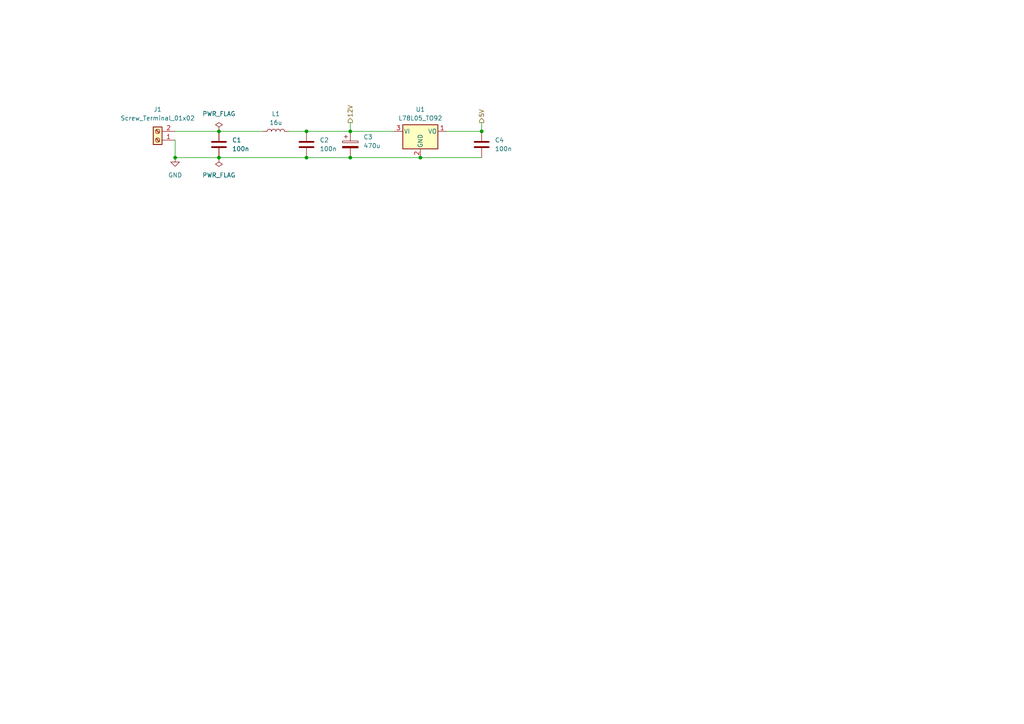
<source format=kicad_sch>
(kicad_sch (version 20250114) (generator "eeschema") (generator_version "9.0")
  (paper "A4")
  (lib_symbols
    (symbol "Connector:Screw_Terminal_01x02" (pin_names (offset 1.016) (hide yes))
      (property "Reference" "J" (at 0 2.54 0))
      (property "Value" "Screw_Terminal_01x02" (at 0 -5.08 0))
      (symbol "Screw_Terminal_01x02_1_1"
        (rectangle (start -1.27 1.27) (end 1.27 -3.81) (stroke (width 0.254)) (fill (type background)))
        (polyline (pts (xy -0.5334 0.3302) (xy 0.3302 -0.508)) (stroke (width 0.1524)))
        (polyline (pts (xy -0.5334 -2.2098) (xy 0.3302 -3.048)) (stroke (width 0.1524)))
        (polyline (pts (xy -0.3556 0.508) (xy 0.508 -0.3302)) (stroke (width 0.1524)))
        (polyline (pts (xy -0.3556 -2.032) (xy 0.508 -2.8702)) (stroke (width 0.1524)))
        (circle (center 0 0) (radius 0.635) (stroke (width 0.1524)))
        (circle (center 0 -2.54) (radius 0.635) (stroke (width 0.1524)))
        (pin passive line (at -5.08 0 0) (length 3.81) (name "Pin_1") (number "1"))
        (pin passive line (at -5.08 -2.54 0) (length 3.81) (name "Pin_2") (number "2"))
      )
    )
    (symbol "Device:C" (pin_numbers (hide yes)) (pin_names (offset 0.254))
      (property "Reference" "C" (at 0.635 2.54 0))
      (property "Value" "C" (at 0.635 -2.54 0))
      (symbol "C_0_1"
        (polyline (pts (xy -2.032 0.762) (xy 2.032 0.762)) (stroke (width 0.508)))
        (polyline (pts (xy -2.032 -0.762) (xy 2.032 -0.762)) (stroke (width 0.508)))
      )
      (symbol "C_1_1"
        (pin passive line (at 0 3.81 270) (length 2.794) (name "~") (number "1"))
        (pin passive line (at 0 -3.81 90) (length 2.794) (name "~") (number "2"))
      )
    )
    (symbol "Device:C_Polarized" (pin_numbers (hide yes)) (pin_names (offset 0.254))
      (property "Reference" "C" (at 0.635 2.54 0))
      (property "Value" "C_Polarized" (at 0.635 -2.54 0))
      (symbol "C_Polarized_0_1"
        (rectangle (start -2.286 0.508) (end 2.286 1.016))
        (polyline (pts (xy -1.778 2.286) (xy -0.762 2.286)))
        (polyline (pts (xy -1.27 2.794) (xy -1.27 1.778)))
        (rectangle (start 2.286 -0.508) (end -2.286 -1.016) (fill (type outline)))
      )
      (symbol "C_Polarized_1_1"
        (pin passive line (at 0 3.81 270) (length 2.794) (name "~") (number "1"))
        (pin passive line (at 0 -3.81 90) (length 2.794) (name "~") (number "2"))
      )
    )
    (symbol "Device:L" (pin_numbers (hide yes)) (pin_names (offset 1.016) (hide yes))
      (property "Reference" "L" (at -1.27 0 90))
      (property "Value" "L" (at 1.905 0 90))
      (symbol "L_0_1"
        (arc (start 0 2.54) (mid 0.6323 1.905) (end 0 1.27))
        (arc (start 0 1.27) (mid 0.6323 0.635) (end 0 0))
        (arc (start 0 0) (mid 0.6323 -0.635) (end 0 -1.27))
        (arc (start 0 -1.27) (mid 0.6323 -1.905) (end 0 -2.54))
      )
      (symbol "L_1_1"
        (pin passive line (at 0 3.81 270) (length 1.27) (name "1") (number "1"))
        (pin passive line (at 0 -3.81 90) (length 1.27) (name "2") (number "2"))
      )
    )
    (symbol "Regulator_Linear:L78L05_TO92" (pin_names (offset 0.254))
      (property "Reference" "U" (at -3.81 3.175 0))
      (property "Value" "L78L05_TO92" (at 0 3.175 0))
      (symbol "L78L05_TO92_0_1"
        (rectangle (start -5.08 -5.08) (end 5.08 1.905) (stroke (width 0.254)) (fill (type background)))
      )
      (symbol "L78L05_TO92_1_1"
        (pin power_in line (at -7.62 0 0) (length 2.54) (name "VI") (number "3"))
        (pin power_in line (at 0 -7.62 90) (length 2.54) (name "GND") (number "2"))
        (pin power_out line (at 7.62 0 180) (length 2.54) (name "VO") (number "1"))
      )
    )
    (symbol "power:GND" (power) (pin_numbers (hide yes)) (pin_names (offset 0) (hide yes))
      (property "Value" "GND" (at 0 -3.81 0))
      (symbol "GND_0_1"
        (polyline (pts (xy 0 0) (xy 0 -1.27) (xy 1.27 -1.27) (xy 0 -2.54) (xy -1.27 -1.27) (xy 0 -1.27)))
      )
      (symbol "GND_1_1"
        (pin power_in line (at 0 0 270) (length 0) (name "~") (number "1"))
      )
    )
    (symbol "power:PWR_FLAG" (power) (pin_numbers (hide yes)) (pin_names (offset 0) (hide yes))
      (property "Value" "PWR_FLAG" (at 0 3.81 0))
      (symbol "PWR_FLAG_0_0"
        (pin power_out line (at 0 0 90) (length 0) (name "~") (number "1"))
      )
      (symbol "PWR_FLAG_0_1"
        (polyline (pts (xy 0 0) (xy 0 1.27) (xy -1.016 1.905) (xy 0 2.54) (xy 1.016 1.905) (xy 0 1.27)))
      )
    )
  )
  (junction (at 88.9 45.72))
  (junction (at 88.9 38.1))
  (junction (at 50.8 45.72))
  (junction (at 121.92 45.72))
  (junction (at 63.5 38.1))
  (junction (at 101.6 45.72))
  (junction (at 63.5 45.72))
  (junction (at 139.7 38.1))
  (junction (at 101.6 38.1))
  (wire (pts (xy 83.82 38.1) (xy 88.9 38.1)))
  (wire (pts (xy 101.6 45.72) (xy 121.92 45.72)))
  (wire (pts (xy 139.7 38.1) (xy 129.54 38.1)))
  (wire (pts (xy 50.8 45.72) (xy 50.8 40.64)))
  (wire (pts (xy 101.6 35.56) (xy 101.6 38.1)))
  (wire (pts (xy 50.8 38.1) (xy 63.5 38.1)))
  (wire (pts (xy 101.6 38.1) (xy 114.3 38.1)))
  (wire (pts (xy 88.9 38.1) (xy 101.6 38.1)))
  (wire (pts (xy 50.8 45.72) (xy 63.5 45.72)))
  (wire (pts (xy 63.5 38.1) (xy 76.2 38.1)))
  (wire (pts (xy 88.9 45.72) (xy 101.6 45.72)))
  (wire (pts (xy 121.92 45.72) (xy 139.7 45.72)))
  (wire (pts (xy 139.7 35.56) (xy 139.7 38.1)))
  (wire (pts (xy 63.5 45.72) (xy 88.9 45.72)))
  (hierarchical_label "12V" (shape output) (at 101.6 35.56 90))
  (hierarchical_label "5V" (shape output) (at 139.7 35.56 90))
  (symbol (lib_id "power:PWR_FLAG") (at 63.5 38.1 0) (unit 1)
    (property "Reference" "#FLG01" (effects (hide yes)))
    (property "Value" "PWR_FLAG" (at 63.5 33.02 0))
    (property "Description" "Special symbol for telling ERC where power comes from" (effects (hide yes)))
  )
  (symbol (lib_id "Regulator_Linear:L78L05_TO92") (at 121.92 38.1 0) (unit 1)
    (property "Reference" "U1" (at 121.92 31.75 0))
    (property "Value" "L78L05_TO92" (at 121.92 34.29 0))
    (property "Footprint" "Package_TO_SOT_THT:TO-92_Inline" (effects (hide yes)))
    (property "Datasheet" "http://www.st.com/content/ccc/resource/technical/document/datasheet/15/55/e5/aa/23/5b/43/fd/CD00000446.pdf/files/CD00000446.pdf/jcr:content/translations/en.CD00000446.pdf" (effects (hide yes)))
    (property "Description" "Positive 100mA 30V Linear Regulator, Fixed Output 5V, TO-92" (effects (hide yes)))
  )
  (symbol (lib_id "Device:C") (at 88.9 41.91 0) (unit 1)
    (property "Reference" "C2" (at 92.71 40.6399 0) (effects (justify left)))
    (property "Value" "100n" (at 92.71 43.1799 0) (effects (justify left)))
    (property "Description" "Unpolarized capacitor" (effects (hide yes)))
  )
  (symbol (lib_id "power:GND") (at 50.8 45.72 0) (unit 1)
    (property "Reference" "#PWR01" (effects (hide yes)))
    (property "Value" "GND" (at 50.8 50.8 0))
    (property "Description" "Power symbol creates a global label with name \"GND\" , ground" (effects (hide yes)))
  )
  (symbol (lib_id "Device:L") (at 80.01 38.1 90) (unit 1)
    (property "Reference" "L1" (at 80.01 33.02 90))
    (property "Value" "16u" (at 80.01 35.56 90))
    (property "Description" "Inductor" (effects (hide yes)))
  )
  (symbol (lib_id "Device:C") (at 139.7 41.91 0) (unit 1)
    (property "Reference" "C4" (at 143.51 40.6399 0) (effects (justify left)))
    (property "Value" "100n" (at 143.51 43.1799 0) (effects (justify left)))
    (property "Description" "Unpolarized capacitor" (effects (hide yes)))
  )
  (symbol (lib_id "Device:C") (at 63.5 41.91 0) (unit 1)
    (property "Reference" "C1" (at 67.31 40.6399 0) (effects (justify left)))
    (property "Value" "100n" (at 67.31 43.1799 0) (effects (justify left)))
    (property "Description" "Unpolarized capacitor" (effects (hide yes)))
  )
  (symbol (lib_id "Connector:Screw_Terminal_01x02") (at 45.72 40.64 180) (unit 1)
    (property "Reference" "J1" (at 45.72 31.75 0))
    (property "Value" "Screw_Terminal_01x02" (at 45.72 34.29 0))
    (property "Description" "Generic screw terminal, single row, 01x02, script generated (kicad-library-utils/schlib/autogen/connector/)" (effects (hide yes)))
  )
  (symbol (lib_id "power:PWR_FLAG") (at 63.5 45.72 180) (unit 1)
    (property "Reference" "#FLG02" (effects (hide yes)))
    (property "Value" "PWR_FLAG" (at 63.5 50.8 0))
    (property "Description" "Special symbol for telling ERC where power comes from" (effects (hide yes)))
  )
  (symbol (lib_id "Device:C_Polarized") (at 101.6 41.91 0) (unit 1)
    (property "Reference" "C3" (at 105.41 39.7509 0) (effects (justify left)))
    (property "Value" "470u" (at 105.41 42.2909 0) (effects (justify left)))
    (property "Description" "Polarized capacitor" (effects (hide yes)))
  )
)
</source>
